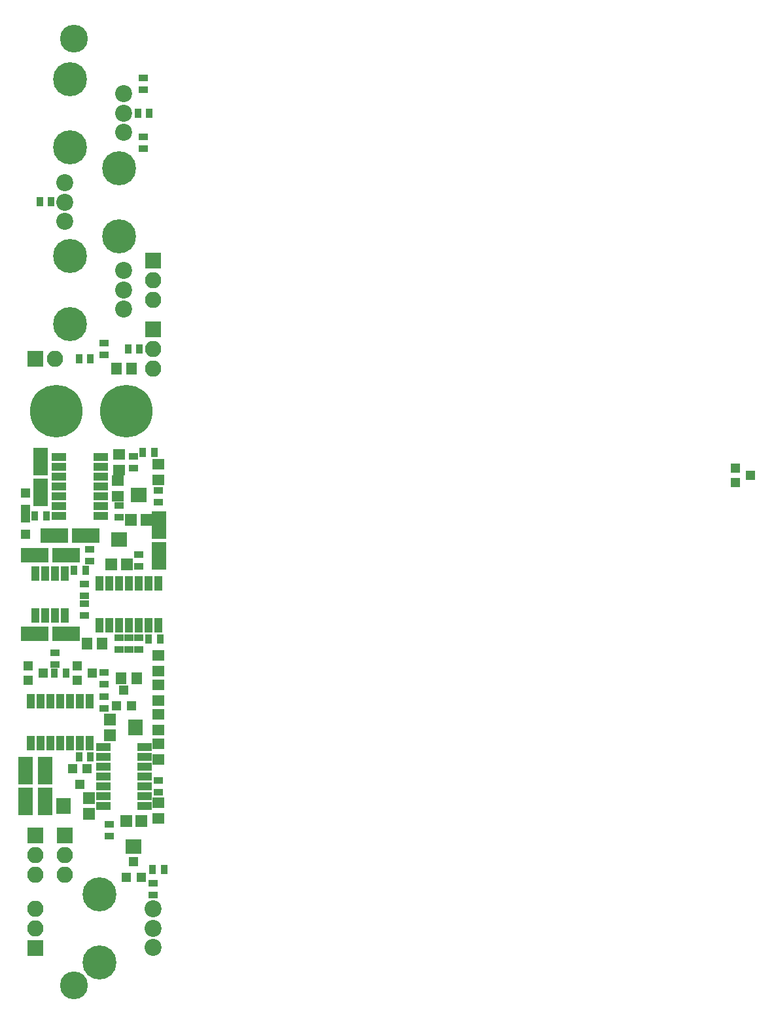
<source format=gbr>
G04 #@! TF.FileFunction,Soldermask,Top*
%FSLAX46Y46*%
G04 Gerber Fmt 4.6, Leading zero omitted, Abs format (unit mm)*
G04 Created by KiCad (PCBNEW 4.0.6) date 07/12/17 23:45:09*
%MOMM*%
%LPD*%
G01*
G04 APERTURE LIST*
%ADD10C,0.100000*%
%ADD11C,6.800000*%
%ADD12C,2.200000*%
%ADD13C,4.400000*%
%ADD14C,3.600000*%
%ADD15R,1.300000X1.200000*%
%ADD16R,3.600000X1.900000*%
%ADD17R,1.650000X1.400000*%
%ADD18R,1.900000X3.600000*%
%ADD19R,1.400000X1.650000*%
%ADD20R,2.100000X2.100000*%
%ADD21O,2.100000X2.100000*%
%ADD22R,1.200000X1.300000*%
%ADD23R,1.300000X0.900000*%
%ADD24R,0.900000X1.300000*%
%ADD25R,1.000000X1.950000*%
%ADD26R,1.900000X1.000000*%
%ADD27R,1.000000X1.900000*%
%ADD28R,2.000000X1.900000*%
%ADD29R,1.600000X1.600000*%
%ADD30R,1.900000X2.000000*%
G04 APERTURE END LIST*
D10*
D11*
X152670000Y-82980000D03*
X143670000Y-82980000D03*
D12*
X152400000Y-46910000D03*
X152400000Y-44410000D03*
X152400000Y-41910000D03*
D13*
X145400000Y-48810000D03*
X145400000Y-40010000D03*
D14*
X145930000Y-157250000D03*
X145930000Y-34750000D03*
D15*
X139970000Y-115890000D03*
X139970000Y-117790000D03*
X141970000Y-116840000D03*
D16*
X140875000Y-111760000D03*
X144875000Y-111760000D03*
X140875000Y-101600000D03*
X144875000Y-101600000D03*
D17*
X151765000Y-88535000D03*
X151765000Y-90535000D03*
D18*
X156972000Y-97695000D03*
X156972000Y-101695000D03*
D17*
X156845000Y-91805000D03*
X156845000Y-89805000D03*
X156845000Y-122190000D03*
X156845000Y-124190000D03*
X156845000Y-116570000D03*
X156845000Y-114570000D03*
D19*
X147590000Y-113030000D03*
X149590000Y-113030000D03*
D17*
X156845000Y-118380000D03*
X156845000Y-120380000D03*
D19*
X153400000Y-77470000D03*
X151400000Y-77470000D03*
D17*
X151638000Y-93964000D03*
X151638000Y-91964000D03*
D18*
X139700000Y-129445000D03*
X139700000Y-133445000D03*
X142240000Y-133445000D03*
X142240000Y-129445000D03*
D19*
X154035000Y-117475000D03*
X152035000Y-117475000D03*
D18*
X141605000Y-93440000D03*
X141605000Y-89440000D03*
D16*
X143415000Y-99060000D03*
X147415000Y-99060000D03*
D17*
X156845000Y-133620000D03*
X156845000Y-135620000D03*
X156845000Y-128000000D03*
X156845000Y-126000000D03*
D15*
X139700000Y-98840000D03*
X139700000Y-96740000D03*
X139700000Y-95665000D03*
X139700000Y-93565000D03*
D20*
X156210000Y-72390000D03*
D21*
X156210000Y-74930000D03*
X156210000Y-77470000D03*
D20*
X156210000Y-63500000D03*
D21*
X156210000Y-66040000D03*
X156210000Y-68580000D03*
D20*
X140970000Y-152400000D03*
D21*
X140970000Y-149860000D03*
X140970000Y-147320000D03*
D20*
X144780000Y-137795000D03*
D21*
X144780000Y-140335000D03*
X144780000Y-142875000D03*
D20*
X140970000Y-137795000D03*
D21*
X140970000Y-140335000D03*
X140970000Y-142875000D03*
D22*
X152720000Y-143240000D03*
X154620000Y-143240000D03*
X153670000Y-141240000D03*
D15*
X146320000Y-115890000D03*
X146320000Y-117790000D03*
X148320000Y-116840000D03*
D22*
X151450000Y-121015000D03*
X153350000Y-121015000D03*
X152400000Y-119015000D03*
X147635000Y-129175000D03*
X145735000Y-129175000D03*
X146685000Y-131175000D03*
D23*
X154940000Y-47510000D03*
X154940000Y-49010000D03*
X154940000Y-39890000D03*
X154940000Y-41390000D03*
D24*
X147435000Y-103505000D03*
X145935000Y-103505000D03*
X155690000Y-44450000D03*
X154190000Y-44450000D03*
X141490000Y-55880000D03*
X142990000Y-55880000D03*
X148070000Y-76200000D03*
X146570000Y-76200000D03*
X152920000Y-74930000D03*
X154420000Y-74930000D03*
D23*
X149860000Y-75680000D03*
X149860000Y-74180000D03*
X156210000Y-144030000D03*
X156210000Y-145530000D03*
D24*
X156095000Y-142240000D03*
X157595000Y-142240000D03*
D23*
X147955000Y-100850000D03*
X147955000Y-102350000D03*
X151765000Y-96635000D03*
X151765000Y-95135000D03*
D24*
X140855000Y-96520000D03*
X142355000Y-96520000D03*
D23*
X156845000Y-93230000D03*
X156845000Y-94730000D03*
X153670000Y-90285000D03*
X153670000Y-88785000D03*
D24*
X144895000Y-116840000D03*
X143395000Y-116840000D03*
D23*
X143510000Y-114185000D03*
X143510000Y-115685000D03*
X149860000Y-118225000D03*
X149860000Y-116725000D03*
D24*
X154825000Y-88265000D03*
X156325000Y-88265000D03*
D23*
X149860000Y-121400000D03*
X149860000Y-119900000D03*
X147320000Y-109335000D03*
X147320000Y-107835000D03*
X147320000Y-105295000D03*
X147320000Y-106795000D03*
X154305000Y-102985000D03*
X154305000Y-101485000D03*
X156845000Y-132195000D03*
X156845000Y-130695000D03*
X150495000Y-137910000D03*
X150495000Y-136410000D03*
D24*
X148070000Y-127635000D03*
X146570000Y-127635000D03*
D23*
X151765000Y-112280000D03*
X151765000Y-113780000D03*
X153035000Y-112280000D03*
X153035000Y-113780000D03*
X154305000Y-112280000D03*
X154305000Y-113780000D03*
D24*
X155587000Y-112395000D03*
X157087000Y-112395000D03*
D12*
X144780000Y-53420000D03*
X144780000Y-55920000D03*
X144780000Y-58420000D03*
D13*
X151780000Y-51520000D03*
X151780000Y-60320000D03*
D12*
X152400000Y-69770000D03*
X152400000Y-67270000D03*
X152400000Y-64770000D03*
D13*
X145400000Y-71670000D03*
X145400000Y-62870000D03*
D12*
X156210000Y-152320000D03*
X156210000Y-149820000D03*
X156210000Y-147320000D03*
D13*
X149210000Y-154220000D03*
X149210000Y-145420000D03*
D20*
X140970000Y-76200000D03*
D21*
X143510000Y-76200000D03*
D25*
X140970000Y-109380000D03*
X142240000Y-109380000D03*
X143510000Y-109380000D03*
X144780000Y-109380000D03*
X144780000Y-103980000D03*
X143510000Y-103980000D03*
X142240000Y-103980000D03*
X140970000Y-103980000D03*
D26*
X143985000Y-88900000D03*
X143985000Y-90170000D03*
X143985000Y-91440000D03*
X143985000Y-92710000D03*
X143985000Y-93980000D03*
X143985000Y-95250000D03*
X143985000Y-96520000D03*
X149385000Y-96520000D03*
X149385000Y-95250000D03*
X149385000Y-93980000D03*
X149385000Y-92710000D03*
X149385000Y-91440000D03*
X149385000Y-90170000D03*
X149385000Y-88900000D03*
D27*
X147955000Y-120490000D03*
X146685000Y-120490000D03*
X145415000Y-120490000D03*
X144145000Y-120490000D03*
X142875000Y-120490000D03*
X141605000Y-120490000D03*
X140335000Y-120490000D03*
X140335000Y-125890000D03*
X141605000Y-125890000D03*
X142875000Y-125890000D03*
X144145000Y-125890000D03*
X145415000Y-125890000D03*
X146685000Y-125890000D03*
X147955000Y-125890000D03*
D15*
X231509524Y-90295000D03*
X231509524Y-92195000D03*
X233509524Y-91245000D03*
D26*
X149700000Y-126365000D03*
X149700000Y-127635000D03*
X149700000Y-128905000D03*
X149700000Y-130175000D03*
X149700000Y-131445000D03*
X149700000Y-132715000D03*
X149700000Y-133985000D03*
X155100000Y-133985000D03*
X155100000Y-132715000D03*
X155100000Y-131445000D03*
X155100000Y-130175000D03*
X155100000Y-128905000D03*
X155100000Y-127635000D03*
X155100000Y-126365000D03*
D27*
X156845000Y-105250000D03*
X155575000Y-105250000D03*
X154305000Y-105250000D03*
X153035000Y-105250000D03*
X151765000Y-105250000D03*
X150495000Y-105250000D03*
X149225000Y-105250000D03*
X149225000Y-110650000D03*
X150495000Y-110650000D03*
X151765000Y-110650000D03*
X153035000Y-110650000D03*
X154305000Y-110650000D03*
X155575000Y-110650000D03*
X156845000Y-110650000D03*
D28*
X153670000Y-139245000D03*
D29*
X152670000Y-135995000D03*
X154670000Y-135995000D03*
D30*
X153850000Y-123825000D03*
D29*
X150600000Y-124825000D03*
X150600000Y-122825000D03*
D28*
X151765000Y-99515000D03*
D29*
X152765000Y-102765000D03*
X150765000Y-102765000D03*
D30*
X144600000Y-133985000D03*
D29*
X147850000Y-132985000D03*
X147850000Y-134985000D03*
D28*
X154305000Y-93800000D03*
D29*
X155305000Y-97050000D03*
X153305000Y-97050000D03*
M02*

</source>
